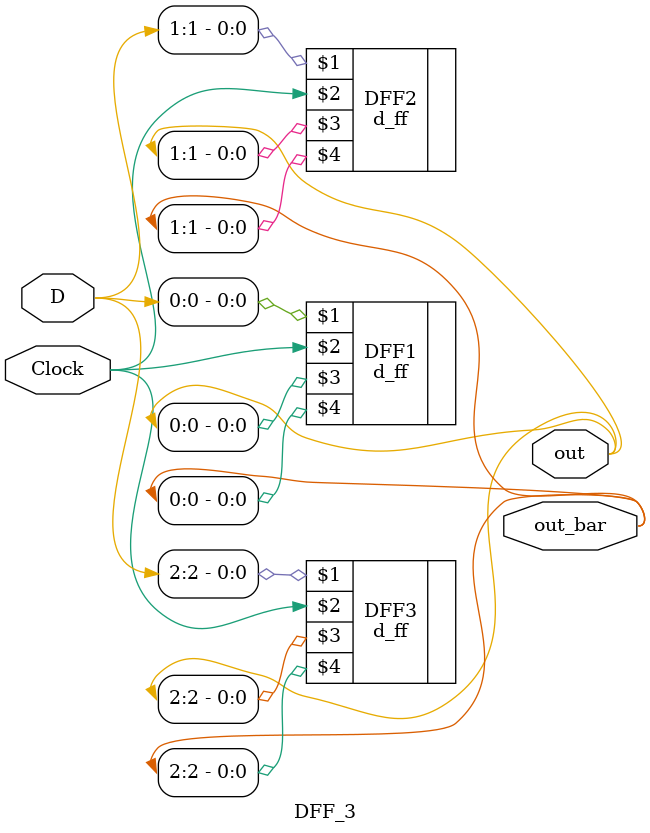
<source format=v>
module DFF_3(D,Clock,out,out_bar);
	input[2:0] D;
	input Clock;
	output[2:0] out;
	output[2:0] out_bar;
	d_ff DFF1(D[0],Clock,out[0],out_bar[0]);
	d_ff DFF2(D[1],Clock,out[1],out_bar[1]);
	d_ff DFF3(D[2],Clock,out[2],out_bar[2]);
	//d_ff(D,Clock,Q,Q_bar)
endmodule
</source>
